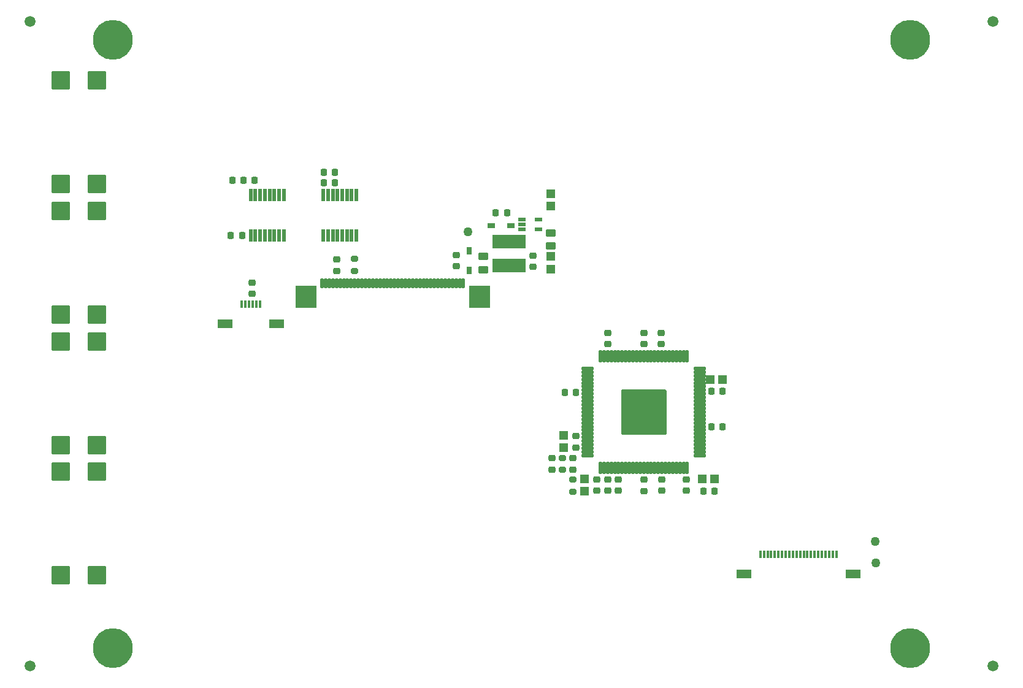
<source format=gbs>
%TF.GenerationSoftware,KiCad,Pcbnew,9.0.5-9.0.5~ubuntu24.04.1*%
%TF.CreationDate,2025-10-12T14:56:27+02:00*%
%TF.ProjectId,BB3plus DVID TFT display,42423370-6c75-4732-9044-564944205446,r1B1*%
%TF.SameCoordinates,Original*%
%TF.FileFunction,Soldermask,Bot*%
%TF.FilePolarity,Negative*%
%FSLAX46Y46*%
G04 Gerber Fmt 4.6, Leading zero omitted, Abs format (unit mm)*
G04 Created by KiCad (PCBNEW 9.0.5-9.0.5~ubuntu24.04.1) date 2025-10-12 14:56:27*
%MOMM*%
%LPD*%
G01*
G04 APERTURE LIST*
G04 Aperture macros list*
%AMRoundRect*
0 Rectangle with rounded corners*
0 $1 Rounding radius*
0 $2 $3 $4 $5 $6 $7 $8 $9 X,Y pos of 4 corners*
0 Add a 4 corners polygon primitive as box body*
4,1,4,$2,$3,$4,$5,$6,$7,$8,$9,$2,$3,0*
0 Add four circle primitives for the rounded corners*
1,1,$1+$1,$2,$3*
1,1,$1+$1,$4,$5*
1,1,$1+$1,$6,$7*
1,1,$1+$1,$8,$9*
0 Add four rect primitives between the rounded corners*
20,1,$1+$1,$2,$3,$4,$5,0*
20,1,$1+$1,$4,$5,$6,$7,0*
20,1,$1+$1,$6,$7,$8,$9,0*
20,1,$1+$1,$8,$9,$2,$3,0*%
G04 Aperture macros list end*
%ADD10C,5.500000*%
%ADD11C,1.500000*%
%ADD12RoundRect,0.225000X0.250000X-0.225000X0.250000X0.225000X-0.250000X0.225000X-0.250000X-0.225000X0*%
%ADD13RoundRect,0.057252X0.556248X-0.506248X0.556248X0.506248X-0.556248X0.506248X-0.556248X-0.506248X0*%
%ADD14RoundRect,0.225000X-0.225000X-0.250000X0.225000X-0.250000X0.225000X0.250000X-0.225000X0.250000X0*%
%ADD15RoundRect,0.102000X-1.200000X1.150000X-1.200000X-1.150000X1.200000X-1.150000X1.200000X1.150000X0*%
%ADD16R,0.762000X1.092200*%
%ADD17R,1.092200X0.762000*%
%ADD18RoundRect,0.063568X2.249932X-0.874932X2.249932X0.874932X-2.249932X0.874932X-2.249932X-0.874932X0*%
%ADD19RoundRect,0.063568X2.249932X0.874932X-2.249932X0.874932X-2.249932X-0.874932X2.249932X-0.874932X0*%
%ADD20RoundRect,0.225000X-0.250000X0.225000X-0.250000X-0.225000X0.250000X-0.225000X0.250000X0.225000X0*%
%ADD21RoundRect,0.225000X0.225000X0.250000X-0.225000X0.250000X-0.225000X-0.250000X0.225000X-0.250000X0*%
%ADD22RoundRect,0.200000X0.275000X-0.200000X0.275000X0.200000X-0.275000X0.200000X-0.275000X-0.200000X0*%
%ADD23R,0.300000X1.000000*%
%ADD24R,2.000000X1.300000*%
%ADD25RoundRect,0.057252X0.506248X0.556248X-0.506248X0.556248X-0.506248X-0.556248X0.506248X-0.556248X0*%
%ADD26RoundRect,0.069233X-0.169267X0.794267X-0.169267X-0.794267X0.169267X-0.794267X0.169267X0.794267X0*%
%ADD27RoundRect,0.053189X1.360311X1.510311X-1.360311X1.510311X-1.360311X-1.510311X1.360311X-1.510311X0*%
%ADD28RoundRect,0.072305X0.141195X0.591195X-0.141195X0.591195X-0.141195X-0.591195X0.141195X-0.591195X0*%
%ADD29RoundRect,0.066929X-0.421571X0.196571X-0.421571X-0.196571X0.421571X-0.196571X0.421571X0.196571X0*%
%ADD30RoundRect,0.250000X-0.450000X0.262500X-0.450000X-0.262500X0.450000X-0.262500X0.450000X0.262500X0*%
%ADD31C,1.270000*%
%ADD32RoundRect,0.057252X-0.556248X0.506248X-0.556248X-0.506248X0.556248X-0.506248X0.556248X0.506248X0*%
%ADD33RoundRect,0.200000X-0.275000X0.200000X-0.275000X-0.200000X0.275000X-0.200000X0.275000X0.200000X0*%
%ADD34RoundRect,0.076200X-0.736600X-0.139700X0.736600X-0.139700X0.736600X0.139700X-0.736600X0.139700X0*%
%ADD35RoundRect,0.076200X-0.139700X-0.736600X0.139700X-0.736600X0.139700X0.736600X-0.139700X0.736600X0*%
%ADD36RoundRect,0.102000X-2.997200X-2.997200X2.997200X-2.997200X2.997200X2.997200X-2.997200X2.997200X0*%
G04 APERTURE END LIST*
D10*
X208000000Y-53500000D03*
X208000000Y-137500000D03*
X98000000Y-137500000D03*
X98000000Y-53500000D03*
D11*
X219500000Y-140000000D03*
D12*
X117180000Y-88575000D03*
X117180000Y-87025000D03*
D13*
X158410000Y-85150000D03*
X158410000Y-83450000D03*
D14*
X180615000Y-102040000D03*
X182165000Y-102040000D03*
D11*
X86500000Y-51000000D03*
D15*
X90750000Y-95150000D03*
X90750000Y-109450000D03*
X95750000Y-95150000D03*
X95750000Y-109450000D03*
D11*
X219500000Y-51000000D03*
D16*
X147150000Y-85338900D03*
X147150000Y-82621100D03*
D17*
X152928900Y-79165000D03*
X150211100Y-79165000D03*
D15*
X90750000Y-59150000D03*
X90750000Y-73450000D03*
X95750000Y-59150000D03*
X95750000Y-73450000D03*
D18*
X152640000Y-81405000D03*
D19*
X152640000Y-84655000D03*
D20*
X173750000Y-114235000D03*
X173750000Y-115785000D03*
D21*
X115805000Y-80530000D03*
X114255000Y-80530000D03*
D22*
X131350000Y-85415000D03*
X131350000Y-83765000D03*
D23*
X197850001Y-124590000D03*
X197350002Y-124590000D03*
X196850000Y-124590000D03*
X196350001Y-124590000D03*
X195850000Y-124590000D03*
X195350001Y-124590000D03*
X194850002Y-124590000D03*
X194350000Y-124590000D03*
X193850001Y-124590000D03*
X193349999Y-124590000D03*
X192850001Y-124590000D03*
X192350001Y-124590000D03*
X191850000Y-124590000D03*
X191350001Y-124590000D03*
X190849999Y-124590000D03*
X190350000Y-124590000D03*
X189850001Y-124590000D03*
X189350000Y-124590000D03*
X188850001Y-124590000D03*
X188350002Y-124590000D03*
X187850000Y-124590000D03*
X187350001Y-124590000D03*
D24*
X200149991Y-127289999D03*
X185050011Y-127289999D03*
D14*
X127065000Y-71770000D03*
X128615000Y-71770000D03*
D21*
X161920000Y-102190000D03*
X160370000Y-102190000D03*
D20*
X161480000Y-111291000D03*
X161480000Y-112841000D03*
D13*
X160170000Y-109840000D03*
X160170000Y-108140000D03*
D14*
X150825000Y-77400000D03*
X152375000Y-77400000D03*
X127065000Y-73240000D03*
X128615000Y-73240000D03*
D12*
X128850000Y-85420000D03*
X128850000Y-83870000D03*
X155960000Y-84860000D03*
X155960000Y-83310000D03*
D14*
X180605000Y-106910000D03*
X182155000Y-106910000D03*
D25*
X181000000Y-114150000D03*
X179300000Y-114150000D03*
D20*
X164800000Y-114235000D03*
X164800000Y-115785000D03*
X158600000Y-111281000D03*
X158600000Y-112831000D03*
D26*
X127040000Y-74900000D03*
X127690000Y-74900000D03*
X128340000Y-74900000D03*
X128990000Y-74900000D03*
X129640000Y-74900000D03*
X130290000Y-74900000D03*
X130940000Y-74900000D03*
X131590000Y-74900000D03*
X131590000Y-80500000D03*
X130940000Y-80500000D03*
X130290000Y-80500000D03*
X129640000Y-80500000D03*
X128990000Y-80500000D03*
X128340000Y-80500000D03*
X127690000Y-80500000D03*
X127040000Y-80500000D03*
D14*
X114450000Y-72900000D03*
X116000000Y-72900000D03*
X117550000Y-72900000D03*
D12*
X173650000Y-95550000D03*
X173650000Y-94000000D03*
D20*
X166270000Y-114235000D03*
X166270000Y-115785000D03*
X161880000Y-108245000D03*
X161880000Y-109795000D03*
D27*
X148600000Y-89000000D03*
X124600000Y-89000000D03*
D28*
X146350000Y-87100000D03*
X145850000Y-87100000D03*
X145350000Y-87100000D03*
X144850000Y-87100000D03*
X144350000Y-87100000D03*
X143850000Y-87100000D03*
X143350000Y-87100000D03*
X142850000Y-87100000D03*
X142350000Y-87100000D03*
X141850000Y-87100000D03*
X141350000Y-87100000D03*
X140850000Y-87100000D03*
X140350000Y-87100000D03*
X139850000Y-87100000D03*
X139350000Y-87100000D03*
X138850000Y-87100000D03*
X138350000Y-87100000D03*
X137850000Y-87100000D03*
X137350000Y-87100000D03*
X136850000Y-87100000D03*
X136350000Y-87100000D03*
X135850000Y-87100000D03*
X135350000Y-87100000D03*
X134850000Y-87100000D03*
X134350000Y-87100000D03*
X133850000Y-87100000D03*
X133350000Y-87100000D03*
X132850000Y-87100000D03*
X132350000Y-87100000D03*
X131850000Y-87100000D03*
X131350000Y-87100000D03*
X130850000Y-87100000D03*
X130350000Y-87100000D03*
X129850000Y-87100000D03*
X129350000Y-87100000D03*
X128850000Y-87100000D03*
X128350000Y-87100000D03*
X127850000Y-87100000D03*
X127350000Y-87100000D03*
X126850000Y-87100000D03*
D29*
X154450000Y-79665000D03*
X154450000Y-79015000D03*
X154450000Y-78365000D03*
X156700000Y-78365000D03*
X156700000Y-79665000D03*
D12*
X145380000Y-84800000D03*
X145380000Y-83250000D03*
X171310000Y-95555000D03*
X171310000Y-94005000D03*
D30*
X149120000Y-83445000D03*
X149120000Y-85270000D03*
D15*
X90750000Y-113150000D03*
X90750000Y-127450000D03*
X95750000Y-113150000D03*
X95750000Y-127450000D03*
D30*
X158430000Y-80167500D03*
X158430000Y-81992500D03*
D15*
X90750000Y-77150000D03*
X90750000Y-91450000D03*
X95750000Y-77150000D03*
X95750000Y-91450000D03*
D11*
X86500000Y-140000000D03*
D31*
X147000000Y-80000000D03*
D32*
X158390000Y-74730000D03*
X158390000Y-76430000D03*
D20*
X177100000Y-114235000D03*
X177100000Y-115785000D03*
D12*
X166250000Y-95555000D03*
X166250000Y-94005000D03*
D33*
X161440000Y-114245000D03*
X161440000Y-115895000D03*
D23*
X118250000Y-90050000D03*
X117750001Y-90050000D03*
X117250000Y-90050000D03*
X116750000Y-90050000D03*
X116249999Y-90050000D03*
X115750000Y-90050000D03*
D24*
X120549998Y-92749999D03*
X113450002Y-92749999D03*
D34*
X163538400Y-110894400D03*
X163538400Y-110411800D03*
X163538400Y-109903800D03*
X163538400Y-109395800D03*
X163538400Y-108887800D03*
X163538400Y-108405200D03*
X163538400Y-107897200D03*
X163538400Y-107389200D03*
X163538400Y-106906600D03*
X163538400Y-106398600D03*
X163538400Y-105890600D03*
X163538400Y-105408000D03*
X163538400Y-104900000D03*
X163538400Y-104392000D03*
X163538400Y-103909400D03*
X163538400Y-103401400D03*
X163538400Y-102893400D03*
X163538400Y-102410800D03*
X163538400Y-101902800D03*
X163538400Y-101394800D03*
X163538400Y-100912200D03*
X163538400Y-100404200D03*
X163538400Y-99896200D03*
X163538400Y-99388200D03*
X163538400Y-98905600D03*
D35*
X165265600Y-97178400D03*
X165748200Y-97178400D03*
X166256200Y-97178400D03*
X166764200Y-97178400D03*
X167272200Y-97178400D03*
X167754800Y-97178400D03*
X168262800Y-97178400D03*
X168770800Y-97178400D03*
X169253400Y-97178400D03*
X169761400Y-97178400D03*
X170269400Y-97178400D03*
X170752000Y-97178400D03*
X171260000Y-97178400D03*
X171768000Y-97178400D03*
X172250600Y-97178400D03*
X172758600Y-97178400D03*
X173266600Y-97178400D03*
X173749200Y-97178400D03*
X174257200Y-97178400D03*
X174765200Y-97178400D03*
X175247800Y-97178400D03*
X175755800Y-97178400D03*
X176263800Y-97178400D03*
X176771800Y-97178400D03*
X177254400Y-97178400D03*
D34*
X178981600Y-98905600D03*
X178981600Y-99388200D03*
X178981600Y-99896200D03*
X178981600Y-100404200D03*
X178981600Y-100912200D03*
X178981600Y-101394800D03*
X178981600Y-101902800D03*
X178981600Y-102410800D03*
X178981600Y-102893400D03*
X178981600Y-103401400D03*
X178981600Y-103909400D03*
X178981600Y-104392000D03*
X178981600Y-104900000D03*
X178981600Y-105408000D03*
X178981600Y-105890600D03*
X178981600Y-106398600D03*
X178981600Y-106906600D03*
X178981600Y-107389200D03*
X178981600Y-107897200D03*
X178981600Y-108405200D03*
X178981600Y-108887800D03*
X178981600Y-109395800D03*
X178981600Y-109903800D03*
X178981600Y-110411800D03*
X178981600Y-110894400D03*
D35*
X177254400Y-112621600D03*
X176771800Y-112621600D03*
X176263800Y-112621600D03*
X175755800Y-112621600D03*
X175247800Y-112621600D03*
X174765200Y-112621600D03*
X174257200Y-112621600D03*
X173749200Y-112621600D03*
X173266600Y-112621600D03*
X172758600Y-112621600D03*
X172250600Y-112621600D03*
X171768000Y-112621600D03*
X171260000Y-112621600D03*
X170752000Y-112621600D03*
X170269400Y-112621600D03*
X169761400Y-112621600D03*
X169253400Y-112621600D03*
X168770800Y-112621600D03*
X168262800Y-112621600D03*
X167754800Y-112621600D03*
X167272200Y-112621600D03*
X166764200Y-112621600D03*
X166256200Y-112621600D03*
X165748200Y-112621600D03*
X165265600Y-112621600D03*
D36*
X171260000Y-104900000D03*
D22*
X160060000Y-112885000D03*
X160060000Y-111235000D03*
D31*
X203270000Y-125760000D03*
D13*
X163110000Y-115840000D03*
X163110000Y-114140000D03*
D20*
X171260000Y-114245000D03*
X171260000Y-115795000D03*
D14*
X179460000Y-115800000D03*
X181010000Y-115800000D03*
D31*
X203190000Y-122740000D03*
D25*
X182150000Y-100400000D03*
X180450000Y-100400000D03*
D20*
X167750000Y-114235000D03*
X167750000Y-115785000D03*
D26*
X117000000Y-74900000D03*
X117650000Y-74900000D03*
X118300000Y-74900000D03*
X118950000Y-74900000D03*
X119600000Y-74900000D03*
X120250000Y-74900000D03*
X120900000Y-74900000D03*
X121550000Y-74900000D03*
X121550000Y-80500000D03*
X120900000Y-80500000D03*
X120250000Y-80500000D03*
X119600000Y-80500000D03*
X118950000Y-80500000D03*
X118300000Y-80500000D03*
X117650000Y-80500000D03*
X117000000Y-80500000D03*
M02*

</source>
